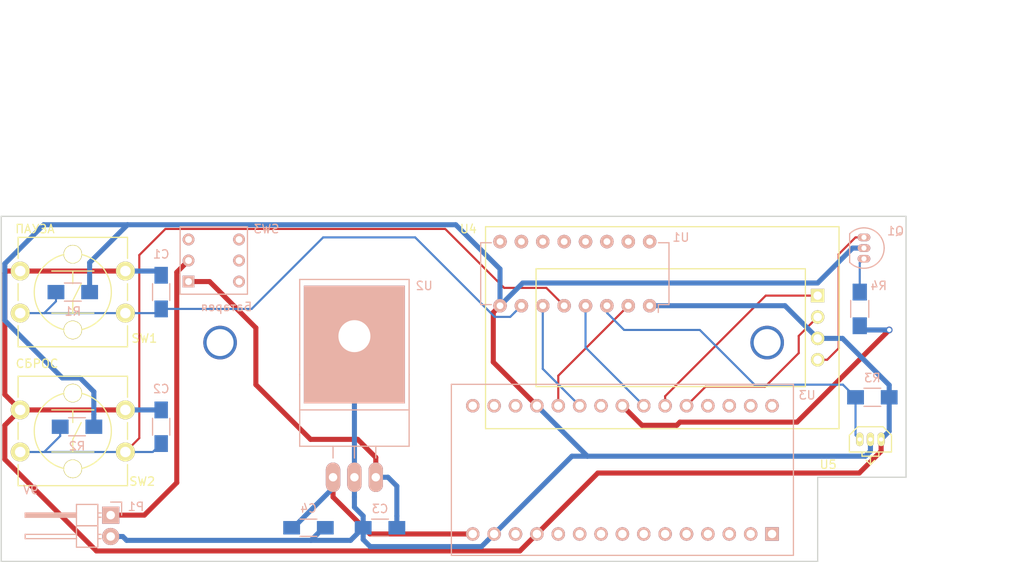
<source format=kicad_pcb>
(kicad_pcb (version 4) (host pcbnew 4.0.2-4+6225~38~ubuntu14.04.1-stable)

  (general
    (links 44)
    (no_connects 2)
    (area 96.924999 45.424999 204.575001 86.575001)
    (thickness 1.6)
    (drawings 12)
    (tracks 162)
    (zones 0)
    (modules 20)
    (nets 17)
  )

  (page A4)
  (layers
    (0 F.Cu signal)
    (31 B.Cu signal)
    (32 B.Adhes user)
    (33 F.Adhes user)
    (34 B.Paste user)
    (35 F.Paste user)
    (36 B.SilkS user)
    (37 F.SilkS user)
    (38 B.Mask user)
    (39 F.Mask user)
    (40 Dwgs.User user)
    (41 Cmts.User user)
    (42 Eco1.User user)
    (43 Eco2.User user)
    (44 Edge.Cuts user)
    (45 Margin user)
    (46 B.CrtYd user)
    (47 F.CrtYd user)
    (48 B.Fab user)
    (49 F.Fab user)
  )

  (setup
    (last_trace_width 0.25)
    (trace_clearance 0.2)
    (zone_clearance 0.508)
    (zone_45_only no)
    (trace_min 0.2)
    (segment_width 0.2)
    (edge_width 0.15)
    (via_size 0.7)
    (via_drill 0.45)
    (via_min_size 0.4)
    (via_min_drill 0.3)
    (uvia_size 0.3)
    (uvia_drill 0.1)
    (uvias_allowed no)
    (uvia_min_size 0.2)
    (uvia_min_drill 0.1)
    (pcb_text_width 0.3)
    (pcb_text_size 1.5 1.5)
    (mod_edge_width 0.15)
    (mod_text_size 1 1)
    (mod_text_width 0.15)
    (pad_size 1.524 1.524)
    (pad_drill 0.762)
    (pad_to_mask_clearance 0.2)
    (aux_axis_origin 0 0)
    (visible_elements FFFFEF7F)
    (pcbplotparams
      (layerselection 0x00030_80000001)
      (usegerberextensions false)
      (excludeedgelayer true)
      (linewidth 0.100000)
      (plotframeref false)
      (viasonmask false)
      (mode 1)
      (useauxorigin false)
      (hpglpennumber 1)
      (hpglpenspeed 20)
      (hpglpendiameter 15)
      (hpglpenoverlay 2)
      (psnegative false)
      (psa4output false)
      (plotreference true)
      (plotvalue true)
      (plotinvisibletext false)
      (padsonsilk false)
      (subtractmaskfromsilk false)
      (outputformat 1)
      (mirror false)
      (drillshape 1)
      (scaleselection 1)
      (outputdirectory ""))
  )

  (net 0 "")
  (net 1 "Net-(C1-Pad1)")
  (net 2 +5V)
  (net 3 "Net-(C2-Pad1)")
  (net 4 GND)
  (net 5 +9V)
  (net 6 +5VA)
  (net 7 "Net-(Q1-Pad3)")
  (net 8 "Net-(Q1-Pad1)")
  (net 9 SENSOR_GOOD)
  (net 10 SENSOR)
  (net 11 PAUSE_GOOD)
  (net 12 RESET_GOOD)
  (net 13 /DispPower)
  (net 14 "Net-(P1-Pad1)")
  (net 15 /DispCLK)
  (net 16 /DispDIO)

  (net_class Default "This is the default net class."
    (clearance 0.2)
    (trace_width 0.25)
    (via_dia 0.7)
    (via_drill 0.45)
    (uvia_dia 0.3)
    (uvia_drill 0.1)
    (add_net /DispCLK)
    (add_net /DispDIO)
    (add_net "Net-(C1-Pad1)")
    (add_net "Net-(C2-Pad1)")
    (add_net "Net-(Q1-Pad1)")
    (add_net "Net-(Q1-Pad3)")
    (add_net PAUSE_GOOD)
    (add_net RESET_GOOD)
    (add_net SENSOR)
    (add_net SENSOR_GOOD)
  )

  (net_class Power ""
    (clearance 0.4)
    (trace_width 0.6)
    (via_dia 0.8)
    (via_drill 0.5)
    (uvia_dia 0.5)
    (uvia_drill 0.2)
    (add_net +5V)
    (add_net +5VA)
    (add_net +9V)
    (add_net /DispPower)
    (add_net GND)
    (add_net "Net-(P1-Pad1)")
  )

  (module Libraries:MountingHole_D3-2mm (layer F.Cu) (tedit 56E81587) (tstamp 56E83514)
    (at 123 60.5)
    (descr "Mounting hole")
    (tags "Mounting hole")
    (fp_text reference REF** (at 0 -3.50012) (layer F.SilkS) hide
      (effects (font (size 1 1) (thickness 0.15)))
    )
    (fp_text value MountingHole_D3-2mm (at 0.09906 3.59918) (layer F.Fab) hide
      (effects (font (size 1 1) (thickness 0.15)))
    )
    (fp_circle (center 0 0) (end 2.5 0) (layer Cmts.User) (width 0.381))
    (pad 1 thru_hole circle (at 0 0) (size 4 4) (drill 3.2) (layers *.Cu))
  )

  (module Capacitors_SMD:C_1206_HandSoldering (layer B.Cu) (tedit 541A9C03) (tstamp 56E81C92)
    (at 116 70.5 90)
    (descr "Capacitor SMD 1206, hand soldering")
    (tags "capacitor 1206")
    (path /56E80995)
    (attr smd)
    (fp_text reference C2 (at 4.5 0 180) (layer B.SilkS)
      (effects (font (size 1 1) (thickness 0.15)) (justify mirror))
    )
    (fp_text value 1uF (at -4.25 0 180) (layer B.Fab)
      (effects (font (size 1 1) (thickness 0.15)) (justify mirror))
    )
    (fp_line (start -3.3 1.15) (end 3.3 1.15) (layer B.CrtYd) (width 0.05))
    (fp_line (start -3.3 -1.15) (end 3.3 -1.15) (layer B.CrtYd) (width 0.05))
    (fp_line (start -3.3 1.15) (end -3.3 -1.15) (layer B.CrtYd) (width 0.05))
    (fp_line (start 3.3 1.15) (end 3.3 -1.15) (layer B.CrtYd) (width 0.05))
    (fp_line (start 1 1.025) (end -1 1.025) (layer B.SilkS) (width 0.15))
    (fp_line (start -1 -1.025) (end 1 -1.025) (layer B.SilkS) (width 0.15))
    (pad 1 smd rect (at -2 0 90) (size 2 1.6) (layers B.Cu B.Paste B.Mask)
      (net 3 "Net-(C2-Pad1)"))
    (pad 2 smd rect (at 2 0 90) (size 2 1.6) (layers B.Cu B.Paste B.Mask)
      (net 2 +5V))
    (model Capacitors_SMD.3dshapes/C_1206_HandSoldering.wrl
      (at (xyz 0 0 0))
      (scale (xyz 1 1 1))
      (rotate (xyz 0 0 0))
    )
  )

  (module Capacitors_SMD:C_1206_HandSoldering (layer B.Cu) (tedit 541A9C03) (tstamp 56E81C9E)
    (at 142 82.5)
    (descr "Capacitor SMD 1206, hand soldering")
    (tags "capacitor 1206")
    (path /56E811FE)
    (attr smd)
    (fp_text reference C3 (at 0 -2.25) (layer B.SilkS)
      (effects (font (size 1 1) (thickness 0.15)) (justify mirror))
    )
    (fp_text value 0.33uF (at 0.5 2.25) (layer B.Fab)
      (effects (font (size 1 1) (thickness 0.15)) (justify mirror))
    )
    (fp_line (start -3.3 1.15) (end 3.3 1.15) (layer B.CrtYd) (width 0.05))
    (fp_line (start -3.3 -1.15) (end 3.3 -1.15) (layer B.CrtYd) (width 0.05))
    (fp_line (start -3.3 1.15) (end -3.3 -1.15) (layer B.CrtYd) (width 0.05))
    (fp_line (start 3.3 1.15) (end 3.3 -1.15) (layer B.CrtYd) (width 0.05))
    (fp_line (start 1 1.025) (end -1 1.025) (layer B.SilkS) (width 0.15))
    (fp_line (start -1 -1.025) (end 1 -1.025) (layer B.SilkS) (width 0.15))
    (pad 1 smd rect (at -2 0) (size 2 1.6) (layers B.Cu B.Paste B.Mask)
      (net 4 GND))
    (pad 2 smd rect (at 2 0) (size 2 1.6) (layers B.Cu B.Paste B.Mask)
      (net 5 +9V))
    (model Capacitors_SMD.3dshapes/C_1206_HandSoldering.wrl
      (at (xyz 0 0 0))
      (scale (xyz 1 1 1))
      (rotate (xyz 0 0 0))
    )
  )

  (module Capacitors_SMD:C_1206_HandSoldering (layer B.Cu) (tedit 541A9C03) (tstamp 56E81CAA)
    (at 133.5 82.5 180)
    (descr "Capacitor SMD 1206, hand soldering")
    (tags "capacitor 1206")
    (path /56E815B2)
    (attr smd)
    (fp_text reference C4 (at 0 2.3 180) (layer B.SilkS)
      (effects (font (size 1 1) (thickness 0.15)) (justify mirror))
    )
    (fp_text value 0.1uF (at 0 -2.3 180) (layer B.Fab)
      (effects (font (size 1 1) (thickness 0.15)) (justify mirror))
    )
    (fp_line (start -3.3 1.15) (end 3.3 1.15) (layer B.CrtYd) (width 0.05))
    (fp_line (start -3.3 -1.15) (end 3.3 -1.15) (layer B.CrtYd) (width 0.05))
    (fp_line (start -3.3 1.15) (end -3.3 -1.15) (layer B.CrtYd) (width 0.05))
    (fp_line (start 3.3 1.15) (end 3.3 -1.15) (layer B.CrtYd) (width 0.05))
    (fp_line (start 1 1.025) (end -1 1.025) (layer B.SilkS) (width 0.15))
    (fp_line (start -1 -1.025) (end 1 -1.025) (layer B.SilkS) (width 0.15))
    (pad 1 smd rect (at -2 0 180) (size 2 1.6) (layers B.Cu B.Paste B.Mask)
      (net 4 GND))
    (pad 2 smd rect (at 2 0 180) (size 2 1.6) (layers B.Cu B.Paste B.Mask)
      (net 6 +5VA))
    (model Capacitors_SMD.3dshapes/C_1206_HandSoldering.wrl
      (at (xyz 0 0 0))
      (scale (xyz 1 1 1))
      (rotate (xyz 0 0 0))
    )
  )

  (module TO_SOT_Packages_THT:TO-92_Inline_Narrow_Oval (layer B.Cu) (tedit 54F24281) (tstamp 56E81CBE)
    (at 199.5 50.54 90)
    (descr "TO-92 leads in-line, narrow, oval pads, drill 0.6mm (see NXP sot054_po.pdf)")
    (tags "to-92 sc-43 sc-43a sot54 PA33 transistor")
    (path /56E83F5F)
    (fp_text reference Q1 (at 3.29 3.75 180) (layer B.SilkS)
      (effects (font (size 1 1) (thickness 0.15)) (justify mirror))
    )
    (fp_text value 2N3904 (at 3.04 -6 180) (layer B.Fab)
      (effects (font (size 1 1) (thickness 0.15)) (justify mirror))
    )
    (fp_line (start -1.4 -1.95) (end -1.4 2.65) (layer B.CrtYd) (width 0.05))
    (fp_line (start -1.4 -1.95) (end 3.95 -1.95) (layer B.CrtYd) (width 0.05))
    (fp_line (start -0.43 -1.7) (end 2.97 -1.7) (layer B.SilkS) (width 0.15))
    (fp_arc (start 1.27 0) (end 1.27 2.4) (angle 135) (layer B.SilkS) (width 0.15))
    (fp_arc (start 1.27 0) (end 1.27 2.4) (angle -135) (layer B.SilkS) (width 0.15))
    (fp_line (start -1.4 2.65) (end 3.95 2.65) (layer B.CrtYd) (width 0.05))
    (fp_line (start 3.95 -1.95) (end 3.95 2.65) (layer B.CrtYd) (width 0.05))
    (pad 2 thru_hole oval (at 1.27 0 270) (size 0.89916 1.50114) (drill 0.6) (layers *.Cu *.Mask B.SilkS)
      (net 4 GND))
    (pad 3 thru_hole oval (at 2.54 0 270) (size 0.89916 1.50114) (drill 0.6) (layers *.Cu *.Mask B.SilkS)
      (net 7 "Net-(Q1-Pad3)"))
    (pad 1 thru_hole oval (at 0 0 270) (size 0.89916 1.50114) (drill 0.6) (layers *.Cu *.Mask B.SilkS)
      (net 8 "Net-(Q1-Pad1)"))
    (model TO_SOT_Packages_THT.3dshapes/TO-92_Inline_Narrow_Oval.wrl
      (at (xyz 0.05 0 0))
      (scale (xyz 1 1 1))
      (rotate (xyz 0 0 -90))
    )
  )

  (module Libraries:Tactile_SW_PUSH-12mm_with_Cap_white (layer F.Cu) (tedit 56E819B6) (tstamp 56E81CD6)
    (at 105.5 54.5)
    (tags "button 12mm throughhole switch")
    (path /56E7FB87)
    (fp_text reference SW1 (at 8.5 5.5) (layer F.SilkS)
      (effects (font (size 1 1) (thickness 0.15)))
    )
    (fp_text value ПАУЗА (at -4.5 -7.5) (layer F.SilkS)
      (effects (font (size 1 1) (thickness 0.15)))
    )
    (fp_line (start 0 -2.5) (end 0 -1) (layer F.SilkS) (width 0.15))
    (fp_line (start 0 1) (end 1 -1) (layer F.SilkS) (width 0.15))
    (fp_line (start 0 2.5) (end 0 1) (layer F.SilkS) (width 0.15))
    (fp_line (start -2.5 2.5) (end 2.5 2.5) (layer F.SilkS) (width 0.15))
    (fp_line (start -2.5 -2.5) (end 2.5 -2.5) (layer F.SilkS) (width 0.15))
    (fp_line (start -6.5 -1) (end -6.5 1) (layer F.SilkS) (width 0.15))
    (fp_line (start 6.5 -1) (end 6.5 1) (layer F.SilkS) (width 0.15))
    (fp_line (start -6.5 -6.5) (end -6.5 -4) (layer F.SilkS) (width 0.15))
    (fp_line (start 6.5 -6.5) (end 6.5 -4) (layer F.SilkS) (width 0.15))
    (fp_circle (center 0 0) (end 3.81 2.54) (layer F.SilkS) (width 0.15))
    (fp_line (start -6.5 -6.5) (end 6.5 -6.5) (layer F.SilkS) (width 0.15))
    (fp_line (start 6.5 4) (end 6.5 6.5) (layer F.SilkS) (width 0.15))
    (fp_line (start 6.5 6.5) (end -6.5 6.5) (layer F.SilkS) (width 0.15))
    (fp_line (start -6.5 6.5) (end -6.5 4) (layer F.SilkS) (width 0.15))
    (pad 1 thru_hole circle (at 6.25 -2.5) (size 2.25 2.25) (drill 1.25) (layers *.Cu *.Mask F.SilkS)
      (net 2 +5V))
    (pad 2 thru_hole circle (at 6.25 2.5) (size 2.25 2.25) (drill 1.25) (layers *.Cu *.Mask F.SilkS)
      (net 1 "Net-(C1-Pad1)"))
    (pad 1 thru_hole circle (at -6.25 -2.5) (size 2.25 2.25) (drill 1.25) (layers *.Cu *.Mask F.SilkS)
      (net 2 +5V))
    (pad 2 thru_hole circle (at -6.25 2.5) (size 2.25 2.25) (drill 1.25) (layers *.Cu *.Mask F.SilkS)
      (net 1 "Net-(C1-Pad1)"))
    (pad "" np_thru_hole circle (at 0 -4.5) (size 2.2 2.2) (drill 2) (layers *.Cu *.Mask F.SilkS))
    (pad "" np_thru_hole circle (at 0 4.5) (size 2.2 2.2) (drill 2) (layers *.Cu *.Mask F.SilkS))
    (model ../../../../../home/bulaev/workspace/RadioLibs/VRML/btn-12mm.wrl
      (at (xyz 0 0 0))
      (scale (xyz 0.393701 0.393701 0.393701))
      (rotate (xyz 0 0 0))
    )
    (model ../../../../../home/bulaev/workspace/RadioLibs/VRML/button-cap-white.wrl
      (at (xyz 0 0 0.26378))
      (scale (xyz 0.393701 0.393701 0.393701))
      (rotate (xyz 0 0 0))
    )
  )

  (module Libraries:Tactile_SW_PUSH-12mm_with_Cap_white (layer F.Cu) (tedit 56E819F8) (tstamp 56E81CEE)
    (at 105.5 71)
    (tags "button 12mm throughhole switch")
    (path /56E80984)
    (fp_text reference SW2 (at 8.25 6) (layer F.SilkS)
      (effects (font (size 1 1) (thickness 0.15)))
    )
    (fp_text value СБРОС (at -4.25 -8) (layer F.SilkS)
      (effects (font (size 1 1) (thickness 0.15)))
    )
    (fp_line (start 0 -2.5) (end 0 -1) (layer F.SilkS) (width 0.15))
    (fp_line (start 0 1) (end 1 -1) (layer F.SilkS) (width 0.15))
    (fp_line (start 0 2.5) (end 0 1) (layer F.SilkS) (width 0.15))
    (fp_line (start -2.5 2.5) (end 2.5 2.5) (layer F.SilkS) (width 0.15))
    (fp_line (start -2.5 -2.5) (end 2.5 -2.5) (layer F.SilkS) (width 0.15))
    (fp_line (start -6.5 -1) (end -6.5 1) (layer F.SilkS) (width 0.15))
    (fp_line (start 6.5 -1) (end 6.5 1) (layer F.SilkS) (width 0.15))
    (fp_line (start -6.5 -6.5) (end -6.5 -4) (layer F.SilkS) (width 0.15))
    (fp_line (start 6.5 -6.5) (end 6.5 -4) (layer F.SilkS) (width 0.15))
    (fp_circle (center 0 0) (end 3.81 2.54) (layer F.SilkS) (width 0.15))
    (fp_line (start -6.5 -6.5) (end 6.5 -6.5) (layer F.SilkS) (width 0.15))
    (fp_line (start 6.5 4) (end 6.5 6.5) (layer F.SilkS) (width 0.15))
    (fp_line (start 6.5 6.5) (end -6.5 6.5) (layer F.SilkS) (width 0.15))
    (fp_line (start -6.5 6.5) (end -6.5 4) (layer F.SilkS) (width 0.15))
    (pad 1 thru_hole circle (at 6.25 -2.5) (size 2.25 2.25) (drill 1.25) (layers *.Cu *.Mask F.SilkS)
      (net 2 +5V))
    (pad 2 thru_hole circle (at 6.25 2.5) (size 2.25 2.25) (drill 1.25) (layers *.Cu *.Mask F.SilkS)
      (net 3 "Net-(C2-Pad1)"))
    (pad 1 thru_hole circle (at -6.25 -2.5) (size 2.25 2.25) (drill 1.25) (layers *.Cu *.Mask F.SilkS)
      (net 2 +5V))
    (pad 2 thru_hole circle (at -6.25 2.5) (size 2.25 2.25) (drill 1.25) (layers *.Cu *.Mask F.SilkS)
      (net 3 "Net-(C2-Pad1)"))
    (pad "" np_thru_hole circle (at 0 -4.5) (size 2.2 2.2) (drill 2) (layers *.Cu *.Mask F.SilkS))
    (pad "" np_thru_hole circle (at 0 4.5) (size 2.2 2.2) (drill 2) (layers *.Cu *.Mask F.SilkS))
    (model ../../../../../home/bulaev/workspace/RadioLibs/VRML/btn-12mm.wrl
      (at (xyz 0 0 0))
      (scale (xyz 0.393701 0.393701 0.393701))
      (rotate (xyz 0 0 0))
    )
    (model ../../../../../home/bulaev/workspace/RadioLibs/VRML/button-cap-white.wrl
      (at (xyz 0 0 0.26378))
      (scale (xyz 0.393701 0.393701 0.393701))
      (rotate (xyz 0 0 0))
    )
  )

  (module Housings_DIP:DIP-16_W7.62mm (layer B.Cu) (tedit 54130A77) (tstamp 56E81D0D)
    (at 174.04 56.12 90)
    (descr "16-lead dip package, row spacing 7.62 mm (300 mils)")
    (tags "dil dip 2.54 300")
    (path /56E7ECAC)
    (fp_text reference U1 (at 8.12 3.71 180) (layer B.SilkS)
      (effects (font (size 1 1) (thickness 0.15)) (justify mirror))
    )
    (fp_text value 4050 (at 6.37 4.46 180) (layer B.Fab)
      (effects (font (size 1 1) (thickness 0.15)) (justify mirror))
    )
    (fp_line (start -1.05 2.45) (end -1.05 -20.25) (layer B.CrtYd) (width 0.05))
    (fp_line (start 8.65 2.45) (end 8.65 -20.25) (layer B.CrtYd) (width 0.05))
    (fp_line (start -1.05 2.45) (end 8.65 2.45) (layer B.CrtYd) (width 0.05))
    (fp_line (start -1.05 -20.25) (end 8.65 -20.25) (layer B.CrtYd) (width 0.05))
    (fp_line (start 0.135 2.295) (end 0.135 1.025) (layer B.SilkS) (width 0.15))
    (fp_line (start 7.485 2.295) (end 7.485 1.025) (layer B.SilkS) (width 0.15))
    (fp_line (start 7.485 -20.075) (end 7.485 -18.805) (layer B.SilkS) (width 0.15))
    (fp_line (start 0.135 -20.075) (end 0.135 -18.805) (layer B.SilkS) (width 0.15))
    (fp_line (start 0.135 2.295) (end 7.485 2.295) (layer B.SilkS) (width 0.15))
    (fp_line (start 0.135 -20.075) (end 7.485 -20.075) (layer B.SilkS) (width 0.15))
    (fp_line (start 0.135 1.025) (end -0.8 1.025) (layer B.SilkS) (width 0.15))
    (pad 1 thru_hole oval (at 0 0 90) (size 1.6 1.6) (drill 0.8) (layers *.Cu *.Mask B.SilkS)
      (net 2 +5V))
    (pad 2 thru_hole oval (at 0 -2.54 90) (size 1.6 1.6) (drill 0.8) (layers *.Cu *.Mask B.SilkS)
      (net 9 SENSOR_GOOD))
    (pad 3 thru_hole oval (at 0 -5.08 90) (size 1.6 1.6) (drill 0.8) (layers *.Cu *.Mask B.SilkS)
      (net 10 SENSOR))
    (pad 4 thru_hole oval (at 0 -7.62 90) (size 1.6 1.6) (drill 0.8) (layers *.Cu *.Mask B.SilkS)
      (net 12 RESET_GOOD))
    (pad 5 thru_hole oval (at 0 -10.16 90) (size 1.6 1.6) (drill 0.8) (layers *.Cu *.Mask B.SilkS)
      (net 3 "Net-(C2-Pad1)"))
    (pad 6 thru_hole oval (at 0 -12.7 90) (size 1.6 1.6) (drill 0.8) (layers *.Cu *.Mask B.SilkS)
      (net 11 PAUSE_GOOD))
    (pad 7 thru_hole oval (at 0 -15.24 90) (size 1.6 1.6) (drill 0.8) (layers *.Cu *.Mask B.SilkS)
      (net 1 "Net-(C1-Pad1)"))
    (pad 8 thru_hole oval (at 0 -17.78 90) (size 1.6 1.6) (drill 0.8) (layers *.Cu *.Mask B.SilkS)
      (net 4 GND))
    (pad 9 thru_hole oval (at 7.62 -17.78 90) (size 1.6 1.6) (drill 0.8) (layers *.Cu *.Mask B.SilkS))
    (pad 10 thru_hole oval (at 7.62 -15.24 90) (size 1.6 1.6) (drill 0.8) (layers *.Cu *.Mask B.SilkS))
    (pad 11 thru_hole oval (at 7.62 -12.7 90) (size 1.6 1.6) (drill 0.8) (layers *.Cu *.Mask B.SilkS))
    (pad 12 thru_hole oval (at 7.62 -10.16 90) (size 1.6 1.6) (drill 0.8) (layers *.Cu *.Mask B.SilkS))
    (pad 13 thru_hole oval (at 7.62 -7.62 90) (size 1.6 1.6) (drill 0.8) (layers *.Cu *.Mask B.SilkS))
    (pad 14 thru_hole oval (at 7.62 -5.08 90) (size 1.6 1.6) (drill 0.8) (layers *.Cu *.Mask B.SilkS))
    (pad 15 thru_hole oval (at 7.62 -2.54 90) (size 1.6 1.6) (drill 0.8) (layers *.Cu *.Mask B.SilkS))
    (pad 16 thru_hole oval (at 7.62 0 90) (size 1.6 1.6) (drill 0.8) (layers *.Cu *.Mask B.SilkS))
    (model Housings_DIP.3dshapes/DIP-16_W7.62mm.wrl
      (at (xyz 0 0 0))
      (scale (xyz 1 1 1))
      (rotate (xyz 0 0 0))
    )
  )

  (module Libraries:4-digit-display-board (layer F.Cu) (tedit 56E81876) (tstamp 56E81D31)
    (at 175.54 58.73)
    (descr "4-digit-display Upper")
    (tags "7-segments display")
    (path /56E7DAE9)
    (fp_text reference U4 (at -23.04 -11.73) (layer F.SilkS)
      (effects (font (size 1 1) (thickness 0.15)))
    )
    (fp_text value 4_Digit_Display_Board (at 4.46 5.77) (layer F.Fab) hide
      (effects (font (size 1 1) (thickness 0.15)))
    )
    (fp_line (start 17 7) (end -15 7) (layer F.SilkS) (width 0.15))
    (fp_line (start -15 -7) (end 17 -7) (layer F.SilkS) (width 0.15))
    (fp_line (start -15 7) (end -15 -7) (layer F.SilkS) (width 0.15))
    (fp_line (start 17 -7) (end 17 7) (layer F.SilkS) (width 0.15))
    (fp_line (start -21 -12) (end 21 -12) (layer F.SilkS) (width 0.15))
    (fp_line (start -21 12) (end -21 -12) (layer F.SilkS) (width 0.15))
    (fp_line (start 21 12) (end -21 12) (layer F.SilkS) (width 0.15))
    (fp_line (start 21 -12) (end 21 12) (layer F.SilkS) (width 0.15))
    (pad 1 thru_hole rect (at 18.46 -3.81) (size 1.6 1.6) (drill 1) (layers *.Cu *.Mask F.SilkS)
      (net 15 /DispCLK))
    (pad 2 thru_hole circle (at 18.46 -1.27) (size 1.6 1.6) (drill 1) (layers *.Cu *.Mask F.SilkS)
      (net 16 /DispDIO))
    (pad 3 thru_hole circle (at 18.46 1.27) (size 1.6 1.6) (drill 1) (layers *.Cu *.Mask F.SilkS)
      (net 2 +5V))
    (pad 4 thru_hole circle (at 18.46 3.81) (size 1.6 1.6) (drill 1) (layers *.Cu *.Mask F.SilkS)
      (net 7 "Net-(Q1-Pad3)"))
    (model Displays_7-Segment.3dshapes/Cx56-12.wrl
      (at (xyz 0.05 0 0.46))
      (scale (xyz 0.25 0.25 0.25))
      (rotate (xyz 0 0 0))
    )
    (model ../../../../../home/bulaev/workspace/RadioLibs/VRML/4-digit-display-board.wrl
      (at (xyz 0 0 0.41496063))
      (scale (xyz 0.393701 0.393701 0.393701))
      (rotate (xyz 0 0 0))
    )
    (model Pin_Headers.3dshapes/Pin_Header_Straight_1x04.wrl
      (at (xyz 0.726772 0 0.41496063))
      (scale (xyz 1 1 1))
      (rotate (xyz 180 0 90))
    )
  )

  (module Capacitors_SMD:C_1206_HandSoldering (layer B.Cu) (tedit 541A9C03) (tstamp 56E821C5)
    (at 116 54.5 90)
    (descr "Capacitor SMD 1206, hand soldering")
    (tags "capacitor 1206")
    (path /56E7FB98)
    (attr smd)
    (fp_text reference C1 (at 4.5 0 180) (layer B.SilkS)
      (effects (font (size 1 1) (thickness 0.15)) (justify mirror))
    )
    (fp_text value 1uF (at -4.25 0 180) (layer B.Fab)
      (effects (font (size 1 1) (thickness 0.15)) (justify mirror))
    )
    (fp_line (start -3.3 1.15) (end 3.3 1.15) (layer B.CrtYd) (width 0.05))
    (fp_line (start -3.3 -1.15) (end 3.3 -1.15) (layer B.CrtYd) (width 0.05))
    (fp_line (start -3.3 1.15) (end -3.3 -1.15) (layer B.CrtYd) (width 0.05))
    (fp_line (start 3.3 1.15) (end 3.3 -1.15) (layer B.CrtYd) (width 0.05))
    (fp_line (start 1 1.025) (end -1 1.025) (layer B.SilkS) (width 0.15))
    (fp_line (start -1 -1.025) (end 1 -1.025) (layer B.SilkS) (width 0.15))
    (pad 1 smd rect (at -2 0 90) (size 2 1.6) (layers B.Cu B.Paste B.Mask)
      (net 1 "Net-(C1-Pad1)"))
    (pad 2 smd rect (at 2 0 90) (size 2 1.6) (layers B.Cu B.Paste B.Mask)
      (net 2 +5V))
    (model Capacitors_SMD.3dshapes/C_1206_HandSoldering.wrl
      (at (xyz 0 0 0))
      (scale (xyz 1 1 1))
      (rotate (xyz 0 0 0))
    )
  )

  (module Pin_Headers:Pin_Header_Angled_1x02 (layer B.Cu) (tedit 56E81A5C) (tstamp 56E821D0)
    (at 110 81 180)
    (descr "Through hole pin header")
    (tags "pin header")
    (path /56E826FD)
    (fp_text reference P1 (at -3 1 180) (layer B.SilkS)
      (effects (font (size 1 1) (thickness 0.15)) (justify mirror))
    )
    (fp_text value 9V (at 9.5 3 180) (layer B.SilkS)
      (effects (font (size 1 1) (thickness 0.15)) (justify mirror))
    )
    (fp_line (start -1.5 1.75) (end -1.5 -4.3) (layer B.CrtYd) (width 0.05))
    (fp_line (start 10.65 1.75) (end 10.65 -4.3) (layer B.CrtYd) (width 0.05))
    (fp_line (start -1.5 1.75) (end 10.65 1.75) (layer B.CrtYd) (width 0.05))
    (fp_line (start -1.5 -4.3) (end 10.65 -4.3) (layer B.CrtYd) (width 0.05))
    (fp_line (start -1.3 1.55) (end -1.3 0) (layer B.SilkS) (width 0.15))
    (fp_line (start 0 1.55) (end -1.3 1.55) (layer B.SilkS) (width 0.15))
    (fp_line (start 4.191 0.127) (end 10.033 0.127) (layer B.SilkS) (width 0.15))
    (fp_line (start 10.033 0.127) (end 10.033 -0.127) (layer B.SilkS) (width 0.15))
    (fp_line (start 10.033 -0.127) (end 4.191 -0.127) (layer B.SilkS) (width 0.15))
    (fp_line (start 4.191 -0.127) (end 4.191 0) (layer B.SilkS) (width 0.15))
    (fp_line (start 4.191 0) (end 10.033 0) (layer B.SilkS) (width 0.15))
    (fp_line (start 1.524 0.254) (end 1.143 0.254) (layer B.SilkS) (width 0.15))
    (fp_line (start 1.524 -0.254) (end 1.143 -0.254) (layer B.SilkS) (width 0.15))
    (fp_line (start 1.524 -2.286) (end 1.143 -2.286) (layer B.SilkS) (width 0.15))
    (fp_line (start 1.524 -2.794) (end 1.143 -2.794) (layer B.SilkS) (width 0.15))
    (fp_line (start 1.524 1.27) (end 4.064 1.27) (layer B.SilkS) (width 0.15))
    (fp_line (start 1.524 -1.27) (end 4.064 -1.27) (layer B.SilkS) (width 0.15))
    (fp_line (start 1.524 -1.27) (end 1.524 -3.81) (layer B.SilkS) (width 0.15))
    (fp_line (start 1.524 -3.81) (end 4.064 -3.81) (layer B.SilkS) (width 0.15))
    (fp_line (start 4.064 -2.286) (end 10.16 -2.286) (layer B.SilkS) (width 0.15))
    (fp_line (start 10.16 -2.286) (end 10.16 -2.794) (layer B.SilkS) (width 0.15))
    (fp_line (start 10.16 -2.794) (end 4.064 -2.794) (layer B.SilkS) (width 0.15))
    (fp_line (start 4.064 -3.81) (end 4.064 -1.27) (layer B.SilkS) (width 0.15))
    (fp_line (start 4.064 -1.27) (end 4.064 1.27) (layer B.SilkS) (width 0.15))
    (fp_line (start 10.16 -0.254) (end 4.064 -0.254) (layer B.SilkS) (width 0.15))
    (fp_line (start 10.16 0.254) (end 10.16 -0.254) (layer B.SilkS) (width 0.15))
    (fp_line (start 4.064 0.254) (end 10.16 0.254) (layer B.SilkS) (width 0.15))
    (fp_line (start 1.524 -1.27) (end 4.064 -1.27) (layer B.SilkS) (width 0.15))
    (fp_line (start 1.524 1.27) (end 1.524 -1.27) (layer B.SilkS) (width 0.15))
    (pad 1 thru_hole rect (at 0 0 180) (size 2.032 2.032) (drill 1.016) (layers *.Cu *.Mask B.SilkS)
      (net 14 "Net-(P1-Pad1)"))
    (pad 2 thru_hole oval (at 0 -2.54 180) (size 2.032 2.032) (drill 1.016) (layers *.Cu *.Mask B.SilkS)
      (net 4 GND))
    (model Pin_Headers.3dshapes/Pin_Header_Angled_1x02.wrl
      (at (xyz 0 -0.05 0))
      (scale (xyz 1 1 1))
      (rotate (xyz 0 0 90))
    )
  )

  (module Libraries:ArduinoNanoUpper (layer B.Cu) (tedit 56E7CE56) (tstamp 56E826ED)
    (at 170.8 75.62 180)
    (tags "arduino, nano")
    (path /56E7C271)
    (fp_text reference U3 (at -21.95 8.87 180) (layer B.SilkS)
      (effects (font (size 1 1) (thickness 0.15)) (justify mirror))
    )
    (fp_text value ArduinoNano (at 0.508 -0.254 180) (layer B.Fab)
      (effects (font (size 1 1) (thickness 0.15)) (justify mirror))
    )
    (fp_line (start -20.32 -10.16) (end -20.32 10.16) (layer B.SilkS) (width 0.15))
    (fp_line (start 20.32 -10.16) (end -20.32 -10.16) (layer B.SilkS) (width 0.15))
    (fp_line (start 20.32 10.16) (end 20.32 -10.16) (layer B.SilkS) (width 0.15))
    (fp_line (start -20.32 10.16) (end 20.32 10.16) (layer B.SilkS) (width 0.15))
    (pad 1 thru_hole rect (at -17.78 -7.62 180) (size 1.6 1.6) (drill 1) (layers *.Cu *.Mask B.SilkS))
    (pad 2 thru_hole circle (at -15.24 -7.62 180) (size 1.6 1.6) (drill 1) (layers *.Cu *.Mask B.SilkS))
    (pad 3 thru_hole circle (at -12.7 -7.62 180) (size 1.6 1.6) (drill 1) (layers *.Cu *.Mask B.SilkS))
    (pad 4 thru_hole circle (at -10.16 -7.62 180) (size 1.6 1.6) (drill 1) (layers *.Cu *.Mask B.SilkS))
    (pad 5 thru_hole circle (at -7.62 -7.62 180) (size 1.6 1.6) (drill 1) (layers *.Cu *.Mask B.SilkS))
    (pad 6 thru_hole circle (at -5.08 -7.62 180) (size 1.6 1.6) (drill 1) (layers *.Cu *.Mask B.SilkS))
    (pad 7 thru_hole circle (at -2.54 -7.62 180) (size 1.6 1.6) (drill 1) (layers *.Cu *.Mask B.SilkS))
    (pad 8 thru_hole circle (at 0 -7.62 180) (size 1.6 1.6) (drill 1) (layers *.Cu *.Mask B.SilkS))
    (pad 9 thru_hole circle (at 2.54 -7.62 180) (size 1.6 1.6) (drill 1) (layers *.Cu *.Mask B.SilkS))
    (pad 10 thru_hole circle (at 5.08 -7.62 180) (size 1.6 1.6) (drill 1) (layers *.Cu *.Mask B.SilkS))
    (pad 11 thru_hole circle (at 7.62 -7.62 180) (size 1.6 1.6) (drill 1) (layers *.Cu *.Mask B.SilkS))
    (pad 12 thru_hole circle (at 10.16 -7.62 180) (size 1.6 1.6) (drill 1) (layers *.Cu *.Mask B.SilkS)
      (net 2 +5V))
    (pad 13 thru_hole circle (at 12.7 -7.62 180) (size 1.6 1.6) (drill 1) (layers *.Cu *.Mask B.SilkS))
    (pad 14 thru_hole circle (at 15.24 -7.62 180) (size 1.6 1.6) (drill 1) (layers *.Cu *.Mask B.SilkS)
      (net 4 GND))
    (pad 15 thru_hole circle (at 17.78 -7.62 180) (size 1.6 1.6) (drill 1) (layers *.Cu *.Mask B.SilkS)
      (net 6 +5VA))
    (pad 16 thru_hole circle (at 17.78 7.62 180) (size 1.6 1.6) (drill 1) (layers *.Cu *.Mask B.SilkS))
    (pad 17 thru_hole circle (at 15.24 7.62 180) (size 1.6 1.6) (drill 1) (layers *.Cu *.Mask B.SilkS))
    (pad 18 thru_hole circle (at 12.7 7.62 180) (size 1.6 1.6) (drill 1) (layers *.Cu *.Mask B.SilkS))
    (pad 19 thru_hole circle (at 10.16 7.62 180) (size 1.6 1.6) (drill 1) (layers *.Cu *.Mask B.SilkS)
      (net 4 GND))
    (pad 20 thru_hole circle (at 7.62 7.62 180) (size 1.6 1.6) (drill 1) (layers *.Cu *.Mask B.SilkS)
      (net 9 SENSOR_GOOD))
    (pad 21 thru_hole circle (at 5.08 7.62 180) (size 1.6 1.6) (drill 1) (layers *.Cu *.Mask B.SilkS)
      (net 11 PAUSE_GOOD))
    (pad 22 thru_hole circle (at 2.54 7.62 180) (size 1.6 1.6) (drill 1) (layers *.Cu *.Mask B.SilkS))
    (pad 23 thru_hole circle (at 0 7.62 180) (size 1.6 1.6) (drill 1) (layers *.Cu *.Mask B.SilkS)
      (net 13 /DispPower))
    (pad 24 thru_hole circle (at -2.54 7.62 180) (size 1.6 1.6) (drill 1) (layers *.Cu *.Mask B.SilkS)
      (net 12 RESET_GOOD))
    (pad 25 thru_hole circle (at -5.08 7.62 180) (size 1.6 1.6) (drill 1) (layers *.Cu *.Mask B.SilkS)
      (net 15 /DispCLK))
    (pad 26 thru_hole circle (at -7.62 7.62 180) (size 1.6 1.6) (drill 1) (layers *.Cu *.Mask B.SilkS)
      (net 16 /DispDIO))
    (pad 27 thru_hole circle (at -10.16 7.62 180) (size 1.6 1.6) (drill 1) (layers *.Cu *.Mask B.SilkS))
    (pad 28 thru_hole circle (at -12.7 7.62 180) (size 1.6 1.6) (drill 1) (layers *.Cu *.Mask B.SilkS))
    (pad 29 thru_hole circle (at -15.24 7.62 180) (size 1.6 1.6) (drill 1) (layers *.Cu *.Mask B.SilkS))
    (pad 30 thru_hole circle (at -17.78 7.62 180) (size 1.6 1.6) (drill 1) (layers *.Cu *.Mask B.SilkS))
    (model Housings_QFP.3dshapes/TQFP-32_7x7mm_Pitch0.8mm.wrl
      (at (xyz -0.393701 0 0.334646))
      (scale (xyz 1 1 1))
      (rotate (xyz 0 0 45))
    )
    (model ../../../../../home/bulaev/workspace/RadioLibs/VRML/NanoBoard.wrl
      (at (xyz 0 0 0.175591))
      (scale (xyz 0.393701 0.393701 0.393701))
      (rotate (xyz 0 0 180))
    )
    (model ../../../../../home/bulaev/workspace/RadioLibs/VRML/btn-smd-6mm-3_5mm.wrl
      (at (xyz 0.19685 0 0.334646))
      (scale (xyz 0.393701 0.393701 0.393701))
      (rotate (xyz 0 0 90))
    )
    (model Pin_Headers.3dshapes/Pin_Header_Straight_1x15.wrl
      (at (xyz 0 0.3 0.28))
      (scale (xyz 1 1 1))
      (rotate (xyz 0 180 0))
    )
    (model Pin_Headers.3dshapes/Pin_Header_Straight_1x15.wrl
      (at (xyz 0 -0.3 0.28))
      (scale (xyz 1 1 1))
      (rotate (xyz 0 180 0))
    )
  )

  (module Resistors_SMD:R_1206_HandSoldering (layer B.Cu) (tedit 5418A20D) (tstamp 56E82C07)
    (at 105.5 54.5)
    (descr "Resistor SMD 1206, hand soldering")
    (tags "resistor 1206")
    (path /56E7FB92)
    (attr smd)
    (fp_text reference R1 (at 0 2.3) (layer B.SilkS)
      (effects (font (size 1 1) (thickness 0.15)) (justify mirror))
    )
    (fp_text value 10K (at 0 -2.3) (layer B.Fab)
      (effects (font (size 1 1) (thickness 0.15)) (justify mirror))
    )
    (fp_line (start -3.3 1.2) (end 3.3 1.2) (layer B.CrtYd) (width 0.05))
    (fp_line (start -3.3 -1.2) (end 3.3 -1.2) (layer B.CrtYd) (width 0.05))
    (fp_line (start -3.3 1.2) (end -3.3 -1.2) (layer B.CrtYd) (width 0.05))
    (fp_line (start 3.3 1.2) (end 3.3 -1.2) (layer B.CrtYd) (width 0.05))
    (fp_line (start 1 -1.075) (end -1 -1.075) (layer B.SilkS) (width 0.15))
    (fp_line (start -1 1.075) (end 1 1.075) (layer B.SilkS) (width 0.15))
    (pad 1 smd rect (at -2 0) (size 2 1.7) (layers B.Cu B.Paste B.Mask)
      (net 1 "Net-(C1-Pad1)"))
    (pad 2 smd rect (at 2 0) (size 2 1.7) (layers B.Cu B.Paste B.Mask)
      (net 4 GND))
    (model Resistors_SMD.3dshapes/R_1206_HandSoldering.wrl
      (at (xyz 0 0 0))
      (scale (xyz 1 1 1))
      (rotate (xyz 0 0 0))
    )
  )

  (module Resistors_SMD:R_1206_HandSoldering (layer B.Cu) (tedit 5418A20D) (tstamp 56E82C13)
    (at 106 70.5)
    (descr "Resistor SMD 1206, hand soldering")
    (tags "resistor 1206")
    (path /56E8098F)
    (attr smd)
    (fp_text reference R2 (at 0 2.3) (layer B.SilkS)
      (effects (font (size 1 1) (thickness 0.15)) (justify mirror))
    )
    (fp_text value 10K (at 0 -2.3) (layer B.Fab)
      (effects (font (size 1 1) (thickness 0.15)) (justify mirror))
    )
    (fp_line (start -3.3 1.2) (end 3.3 1.2) (layer B.CrtYd) (width 0.05))
    (fp_line (start -3.3 -1.2) (end 3.3 -1.2) (layer B.CrtYd) (width 0.05))
    (fp_line (start -3.3 1.2) (end -3.3 -1.2) (layer B.CrtYd) (width 0.05))
    (fp_line (start 3.3 1.2) (end 3.3 -1.2) (layer B.CrtYd) (width 0.05))
    (fp_line (start 1 -1.075) (end -1 -1.075) (layer B.SilkS) (width 0.15))
    (fp_line (start -1 1.075) (end 1 1.075) (layer B.SilkS) (width 0.15))
    (pad 1 smd rect (at -2 0) (size 2 1.7) (layers B.Cu B.Paste B.Mask)
      (net 3 "Net-(C2-Pad1)"))
    (pad 2 smd rect (at 2 0) (size 2 1.7) (layers B.Cu B.Paste B.Mask)
      (net 4 GND))
    (model Resistors_SMD.3dshapes/R_1206_HandSoldering.wrl
      (at (xyz 0 0 0))
      (scale (xyz 1 1 1))
      (rotate (xyz 0 0 0))
    )
  )

  (module Resistors_SMD:R_1206_HandSoldering (layer B.Cu) (tedit 5418A20D) (tstamp 56E82C1F)
    (at 200.5 67 180)
    (descr "Resistor SMD 1206, hand soldering")
    (tags "resistor 1206")
    (path /56E7DF4D)
    (attr smd)
    (fp_text reference R3 (at 0 2.3 180) (layer B.SilkS)
      (effects (font (size 1 1) (thickness 0.15)) (justify mirror))
    )
    (fp_text value 10K (at 0 -2.3 180) (layer B.Fab)
      (effects (font (size 1 1) (thickness 0.15)) (justify mirror))
    )
    (fp_line (start -3.3 1.2) (end 3.3 1.2) (layer B.CrtYd) (width 0.05))
    (fp_line (start -3.3 -1.2) (end 3.3 -1.2) (layer B.CrtYd) (width 0.05))
    (fp_line (start -3.3 1.2) (end -3.3 -1.2) (layer B.CrtYd) (width 0.05))
    (fp_line (start 3.3 1.2) (end 3.3 -1.2) (layer B.CrtYd) (width 0.05))
    (fp_line (start 1 -1.075) (end -1 -1.075) (layer B.SilkS) (width 0.15))
    (fp_line (start -1 1.075) (end 1 1.075) (layer B.SilkS) (width 0.15))
    (pad 1 smd rect (at -2 0 180) (size 2 1.7) (layers B.Cu B.Paste B.Mask)
      (net 2 +5V))
    (pad 2 smd rect (at 2 0 180) (size 2 1.7) (layers B.Cu B.Paste B.Mask)
      (net 10 SENSOR))
    (model Resistors_SMD.3dshapes/R_1206_HandSoldering.wrl
      (at (xyz 0 0 0))
      (scale (xyz 1 1 1))
      (rotate (xyz 0 0 0))
    )
  )

  (module Resistors_SMD:R_1206_HandSoldering (layer B.Cu) (tedit 5418A20D) (tstamp 56E82C2B)
    (at 199 56.5 90)
    (descr "Resistor SMD 1206, hand soldering")
    (tags "resistor 1206")
    (path /56E7DEEC)
    (attr smd)
    (fp_text reference R4 (at 2.75 2.25 180) (layer B.SilkS)
      (effects (font (size 1 1) (thickness 0.15)) (justify mirror))
    )
    (fp_text value 1K (at 1.25 2.25 180) (layer B.Fab)
      (effects (font (size 1 1) (thickness 0.15)) (justify mirror))
    )
    (fp_line (start -3.3 1.2) (end 3.3 1.2) (layer B.CrtYd) (width 0.05))
    (fp_line (start -3.3 -1.2) (end 3.3 -1.2) (layer B.CrtYd) (width 0.05))
    (fp_line (start -3.3 1.2) (end -3.3 -1.2) (layer B.CrtYd) (width 0.05))
    (fp_line (start 3.3 1.2) (end 3.3 -1.2) (layer B.CrtYd) (width 0.05))
    (fp_line (start 1 -1.075) (end -1 -1.075) (layer B.SilkS) (width 0.15))
    (fp_line (start -1 1.075) (end 1 1.075) (layer B.SilkS) (width 0.15))
    (pad 1 smd rect (at -2 0 90) (size 2 1.7) (layers B.Cu B.Paste B.Mask)
      (net 13 /DispPower))
    (pad 2 smd rect (at 2 0 90) (size 2 1.7) (layers B.Cu B.Paste B.Mask)
      (net 8 "Net-(Q1-Pad1)"))
    (model Resistors_SMD.3dshapes/R_1206_HandSoldering.wrl
      (at (xyz 0 0 0))
      (scale (xyz 1 1 1))
      (rotate (xyz 0 0 0))
    )
  )

  (module Libraries:MountingHole_D3-2mm (layer F.Cu) (tedit 56E81587) (tstamp 56E83259)
    (at 188 60.5)
    (descr "Mounting hole")
    (tags "Mounting hole")
    (fp_text reference REF** (at 0 -3.50012) (layer F.SilkS) hide
      (effects (font (size 1 1) (thickness 0.15)))
    )
    (fp_text value MountingHole_D3-2mm (at 0.09906 3.59918) (layer F.Fab) hide
      (effects (font (size 1 1) (thickness 0.15)))
    )
    (fp_circle (center 0 0) (end 2.5 0) (layer Cmts.User) (width 0.381))
    (pad 1 thru_hole circle (at 0 0) (size 4 4) (drill 3.2) (layers *.Cu))
  )

  (module Buttons_Switches_ThroughHole:SW_PUSH_x2 (layer B.Cu) (tedit 56E889E5) (tstamp 56E85033)
    (at 119.25 53.25 90)
    (descr "Vertical Push Switch")
    (tags "SWITCH DEV PB_22E18 PB_22E19")
    (path /56E84E33)
    (fp_text reference SW3 (at 6.25 9.25 180) (layer B.SilkS)
      (effects (font (size 1 1) (thickness 0.15)) (justify mirror))
    )
    (fp_text value Батарея (at -3 4.5 180) (layer B.SilkS)
      (effects (font (size 1 1) (thickness 0.15)) (justify mirror))
    )
    (fp_line (start -1.905 7.4295) (end 6.9215 7.4295) (layer B.CrtYd) (width 0.05))
    (fp_line (start 6.9215 7.4295) (end 6.9215 -1.397) (layer B.CrtYd) (width 0.05))
    (fp_line (start -1.905 7.4295) (end -1.905 -1.397) (layer B.CrtYd) (width 0.05))
    (fp_line (start -1.905 -1.397) (end 6.9215 -1.397) (layer B.CrtYd) (width 0.05))
    (fp_line (start -1.5 -1) (end 6.5 -1) (layer B.SilkS) (width 0.15))
    (fp_line (start 6.5 -1) (end 6.5 7) (layer B.SilkS) (width 0.15))
    (fp_line (start 6.5 7) (end -1.5 7) (layer B.SilkS) (width 0.15))
    (fp_line (start -1.5 7) (end -1.5 -1) (layer B.SilkS) (width 0.15))
    (pad 1 thru_hole rect (at 0 0 90) (size 1.397 1.397) (drill 0.8128) (layers *.Cu *.Mask B.SilkS)
      (net 5 +9V))
    (pad 2 thru_hole circle (at 2.5 0 90) (size 1.397 1.397) (drill 0.8128) (layers *.Cu *.Mask B.SilkS)
      (net 14 "Net-(P1-Pad1)"))
    (pad 3 thru_hole circle (at 5 0 90) (size 1.397 1.397) (drill 0.8128) (layers *.Cu *.Mask B.SilkS))
    (pad 4 thru_hole circle (at 5 6 90) (size 1.397 1.397) (drill 0.8128) (layers *.Cu *.Mask B.SilkS))
    (pad 5 thru_hole circle (at 2.5 6 90) (size 1.397 1.397) (drill 0.8128) (layers *.Cu *.Mask B.SilkS))
    (pad 6 thru_hole circle (at 0 6 90) (size 1.397 1.397) (drill 0.8128) (layers *.Cu *.Mask B.SilkS))
  )

  (module Libraries:LM7805_TO-220_Neutral123_Horizontal_LargePads_with_GND_pad (layer B.Cu) (tedit 56D53ECF) (tstamp 56E85578)
    (at 138.96 76.5 180)
    (descr "LM7805, TO-220, Neutral, Horizontal, Large Pads,")
    (tags "LM7805, TO-220, Neutral, Horizontal, Large Pads,")
    (path /56E81107)
    (fp_text reference U2 (at -8.29 22.75 180) (layer B.SilkS)
      (effects (font (size 1 1) (thickness 0.15)) (justify mirror))
    )
    (fp_text value LM7805 (at -10.15 19.4 180) (layer B.Fab)
      (effects (font (size 1 1) (thickness 0.15)) (justify mirror))
    )
    (fp_line (start -2.54 3.683) (end -2.54 2.286) (layer B.SilkS) (width 0.15))
    (fp_line (start 0 3.683) (end 0 2.286) (layer B.SilkS) (width 0.15))
    (fp_line (start 2.54 3.683) (end 2.54 2.286) (layer B.SilkS) (width 0.15))
    (fp_circle (center 0 16.764) (end 1.778 14.986) (layer F.SilkS) (width 0.15))
    (fp_line (start 6.5 12.192) (end 6.5 23.5) (layer B.SilkS) (width 0.15))
    (fp_line (start 6.5 23.5) (end -6.5 23.5) (layer B.SilkS) (width 0.15))
    (fp_line (start -6.5 23.5) (end -6.5 12.192) (layer B.SilkS) (width 0.15))
    (fp_line (start 6.5 3.683) (end 6.5 12.192) (layer B.SilkS) (width 0.15))
    (fp_line (start 6.5 8) (end -6.5 8) (layer B.SilkS) (width 0.15))
    (fp_line (start -6.5 12.192) (end -6.5 3.683) (layer B.SilkS) (width 0.15))
    (fp_line (start 0 3.683) (end -6.5 3.683) (layer B.SilkS) (width 0.15))
    (fp_line (start 0 3.683) (end 6.5 3.683) (layer B.SilkS) (width 0.15))
    (pad 2 thru_hole oval (at 0 0 90) (size 3.50012 1.69926) (drill 1.00076) (layers *.Cu *.Mask B.SilkS)
      (net 4 GND))
    (pad 1 thru_hole oval (at -2.54 0 90) (size 3.50012 1.69926) (drill 1.00076) (layers *.Cu *.Mask B.SilkS)
      (net 5 +9V))
    (pad 3 thru_hole oval (at 2.54 0 90) (size 3.50012 1.69926) (drill 1.00076) (layers *.Cu *.Mask B.SilkS)
      (net 6 +5VA))
    (pad 2 thru_hole rect (at 0 16.764 90) (size 14 12) (drill 3.79984 (offset -1 0)) (layers B.Cu B.SilkS B.Mask)
      (net 4 GND))
    (model TO_SOT_Packages_THT.3dshapes/TO-220_Neutral123_Horizontal_LargePads.wrl
      (at (xyz 0 0 0))
      (scale (xyz 0.3937 0.3937 0.3937))
      (rotate (xyz 0 0 0))
    )
  )

  (module Libraries:Hall_Sensor_A314x (layer F.Cu) (tedit 56E8767A) (tstamp 56E81D48)
    (at 200.27 72 180)
    (descr https://e-radionica.com/productdata/A3141.pdf)
    (tags "Hall Sensor")
    (path /56E83129)
    (fp_text reference U5 (at 5.02 -3 180) (layer F.SilkS)
      (effects (font (size 1 1) (thickness 0.15)))
    )
    (fp_text value Hall_Sensor (at 0.5 5.5 180) (layer F.Fab)
      (effects (font (size 1 1) (thickness 0.15)))
    )
    (fp_line (start -3.5 3) (end -3.5 -3.5) (layer F.CrtYd) (width 0.15))
    (fp_line (start 3.5 3) (end -3.5 3) (layer F.CrtYd) (width 0.15))
    (fp_line (start 3.5 -3.5) (end 3.5 3) (layer F.CrtYd) (width 0.15))
    (fp_line (start -3.5 -3.5) (end 3.5 -3.5) (layer F.CrtYd) (width 0.15))
    (fp_line (start 0 -3) (end 0.5 -2.5) (layer F.SilkS) (width 0.15))
    (fp_line (start 0 -3) (end -0.5 -2.5) (layer F.SilkS) (width 0.15))
    (fp_line (start 0 -2) (end 0 -3) (layer F.SilkS) (width 0.15))
    (fp_line (start 1 -2) (end 1 -1.5) (layer F.SilkS) (width 0.15))
    (fp_line (start -1 -2) (end 1 -2) (layer F.SilkS) (width 0.15))
    (fp_line (start -1 -1.5) (end -1 -2) (layer F.SilkS) (width 0.15))
    (fp_line (start -2.5 0.5) (end -2.5 -1.5) (layer F.SilkS) (width 0.15))
    (fp_line (start -1.5 1.5) (end -2.5 0.5) (layer F.SilkS) (width 0.15))
    (fp_line (start 1.5 1.5) (end -1.5 1.5) (layer F.SilkS) (width 0.15))
    (fp_line (start 2.5 0.5) (end 1.5 1.5) (layer F.SilkS) (width 0.15))
    (fp_line (start 2.5 -1.5) (end 2.5 0.5) (layer F.SilkS) (width 0.15))
    (fp_line (start -2.5 -1.5) (end 2.5 -1.5) (layer F.SilkS) (width 0.15))
    (pad 1 thru_hole oval (at -1.27 0 180) (size 0.85 1.6) (drill 0.508) (layers *.Cu *.Mask F.SilkS)
      (net 2 +5V))
    (pad 2 thru_hole oval (at 0 0 180) (size 0.85 1.6) (drill 0.508) (layers *.Cu *.Mask F.SilkS)
      (net 4 GND))
    (pad 3 thru_hole oval (at 1.27 0 180) (size 0.85 1.6) (drill 0.508) (layers *.Cu *.Mask F.SilkS)
      (net 10 SENSOR))
    (model ../../../../../home/bulaev/workspace/RadioLibs/VRML/A314x.wrl
      (at (xyz 0 -0.008071 0.085039))
      (scale (xyz 0.393701 0.393701 0.393701))
      (rotate (xyz 0 0 90))
    )
  )

  (dimension 65 (width 0.3) (layer Dwgs.User)
    (gr_text "65,000 mm" (at 155.5 35.65) (layer Dwgs.User)
      (effects (font (size 1.5 1.5) (thickness 0.3)))
    )
    (feature1 (pts (xy 123 45.5) (xy 123 34.3)))
    (feature2 (pts (xy 188 45.5) (xy 188 34.3)))
    (crossbar (pts (xy 188 37) (xy 123 37)))
    (arrow1a (pts (xy 123 37) (xy 124.126504 36.413579)))
    (arrow1b (pts (xy 123 37) (xy 124.126504 37.586421)))
    (arrow2a (pts (xy 188 37) (xy 186.873496 36.413579)))
    (arrow2b (pts (xy 188 37) (xy 186.873496 37.586421)))
  )
  (gr_line (start 194 86.5) (end 194 76.5) (layer Edge.Cuts) (width 0.15))
  (gr_line (start 97 86.5) (end 194 86.5) (layer Edge.Cuts) (width 0.15))
  (gr_line (start 97 45.5) (end 97 86.5) (layer Edge.Cuts) (width 0.15))
  (gr_line (start 204.5 76.5) (end 194 76.5) (layer Edge.Cuts) (width 0.15))
  (gr_line (start 204.5 45.5) (end 204.5 76.5) (layer Edge.Cuts) (width 0.15))
  (dimension 15 (width 0.3) (layer Dwgs.User)
    (gr_text "15,000 mm" (at 215.85 68 270) (layer Dwgs.User)
      (effects (font (size 1.5 1.5) (thickness 0.3)))
    )
    (feature1 (pts (xy 204.5 75.5) (xy 217.2 75.5)))
    (feature2 (pts (xy 204.5 60.5) (xy 217.2 60.5)))
    (crossbar (pts (xy 214.5 60.5) (xy 214.5 75.5)))
    (arrow1a (pts (xy 214.5 75.5) (xy 213.913579 74.373496)))
    (arrow1b (pts (xy 214.5 75.5) (xy 215.086421 74.373496)))
    (arrow2a (pts (xy 214.5 60.5) (xy 213.913579 61.626504)))
    (arrow2b (pts (xy 214.5 60.5) (xy 215.086421 61.626504)))
  )
  (dimension 107.5 (width 0.3) (layer Dwgs.User)
    (gr_text "107,500 mm" (at 150.75 21.65) (layer Dwgs.User)
      (effects (font (size 1.5 1.5) (thickness 0.3)))
    )
    (feature1 (pts (xy 97 45.5) (xy 97 20.3)))
    (feature2 (pts (xy 204.5 45.5) (xy 204.5 20.3)))
    (crossbar (pts (xy 204.5 23) (xy 97 23)))
    (arrow1a (pts (xy 97 23) (xy 98.126504 22.413579)))
    (arrow1b (pts (xy 97 23) (xy 98.126504 23.586421)))
    (arrow2a (pts (xy 204.5 23) (xy 203.373496 22.413579)))
    (arrow2b (pts (xy 204.5 23) (xy 203.373496 23.586421)))
  )
  (dimension 4 (width 0.3) (layer Dwgs.User)
    (gr_text "4,000 mm" (at 121 35.65) (layer Dwgs.User)
      (effects (font (size 1.5 1.5) (thickness 0.3)))
    )
    (feature1 (pts (xy 119 45.5) (xy 119 34.3)))
    (feature2 (pts (xy 123 45.5) (xy 123 34.3)))
    (crossbar (pts (xy 123 37) (xy 119 37)))
    (arrow1a (pts (xy 119 37) (xy 120.126504 36.413579)))
    (arrow1b (pts (xy 119 37) (xy 120.126504 37.586421)))
    (arrow2a (pts (xy 123 37) (xy 121.873496 36.413579)))
    (arrow2b (pts (xy 123 37) (xy 121.873496 37.586421)))
  )
  (dimension 6 (width 0.3) (layer Dwgs.User)
    (gr_text "6,000 mm" (at 191 37.65) (layer Dwgs.User)
      (effects (font (size 1.5 1.5) (thickness 0.3)))
    )
    (feature1 (pts (xy 188 45.5) (xy 188 36.3)))
    (feature2 (pts (xy 194 45.5) (xy 194 36.3)))
    (crossbar (pts (xy 194 39) (xy 188 39)))
    (arrow1a (pts (xy 188 39) (xy 189.126504 38.413579)))
    (arrow1b (pts (xy 188 39) (xy 189.126504 39.586421)))
    (arrow2a (pts (xy 194 39) (xy 192.873496 38.413579)))
    (arrow2b (pts (xy 194 39) (xy 192.873496 39.586421)))
  )
  (dimension 15 (width 0.3) (layer Dwgs.User)
    (gr_text "15,000 mm" (at 215.85 53 270) (layer Dwgs.User)
      (effects (font (size 1.5 1.5) (thickness 0.3)))
    )
    (feature1 (pts (xy 204.5 60.5) (xy 217.2 60.5)))
    (feature2 (pts (xy 204.5 45.5) (xy 217.2 45.5)))
    (crossbar (pts (xy 214.5 45.5) (xy 214.5 60.5)))
    (arrow1a (pts (xy 214.5 60.5) (xy 213.913579 59.373496)))
    (arrow1b (pts (xy 214.5 60.5) (xy 215.086421 59.373496)))
    (arrow2a (pts (xy 214.5 45.5) (xy 213.913579 46.626504)))
    (arrow2b (pts (xy 214.5 45.5) (xy 215.086421 46.626504)))
  )
  (gr_line (start 97 45.5) (end 204.5 45.5) (layer Edge.Cuts) (width 0.15))

  (segment (start 116 56.5) (end 126.75 56.5) (width 0.25) (layer B.Cu) (net 1))
  (segment (start 126.75 56.5) (end 135.25 48) (width 0.25) (layer B.Cu) (net 1))
  (segment (start 135.25 48) (end 146.178998 48) (width 0.25) (layer B.Cu) (net 1))
  (segment (start 146.178998 48) (end 155.623999 57.445001) (width 0.25) (layer B.Cu) (net 1))
  (segment (start 158.000001 56.919999) (end 158.8 56.12) (width 0.25) (layer B.Cu) (net 1))
  (segment (start 155.623999 57.445001) (end 157.474999 57.445001) (width 0.25) (layer B.Cu) (net 1))
  (segment (start 157.474999 57.445001) (end 158.000001 56.919999) (width 0.25) (layer B.Cu) (net 1))
  (segment (start 102.1 57) (end 111.75 57) (width 0.25) (layer B.Cu) (net 1))
  (segment (start 111.75 57) (end 115.5 57) (width 0.25) (layer B.Cu) (net 1))
  (segment (start 115.5 57) (end 116 56.5) (width 0.25) (layer B.Cu) (net 1))
  (segment (start 99.25 57) (end 102.1 57) (width 0.25) (layer B.Cu) (net 1))
  (segment (start 102.1 57) (end 103.5 55.6) (width 0.25) (layer B.Cu) (net 1))
  (segment (start 103.5 55.6) (end 103.5 54.5) (width 0.25) (layer B.Cu) (net 1))
  (segment (start 160.64 83.24) (end 158.623999 85.256001) (width 0.6) (layer F.Cu) (net 2))
  (segment (start 108.304999 85.256001) (end 97.424999 74.376001) (width 0.6) (layer F.Cu) (net 2))
  (segment (start 158.623999 85.256001) (end 108.304999 85.256001) (width 0.6) (layer F.Cu) (net 2))
  (segment (start 97.424999 74.376001) (end 97.424999 70.325001) (width 0.6) (layer F.Cu) (net 2))
  (segment (start 97.424999 70.325001) (end 98.125001 69.624999) (width 0.6) (layer F.Cu) (net 2))
  (segment (start 98.125001 69.624999) (end 99.25 68.5) (width 0.6) (layer F.Cu) (net 2))
  (segment (start 99.25 52) (end 97.65901 52) (width 0.6) (layer F.Cu) (net 2))
  (segment (start 97.65901 52) (end 97.424999 52.234011) (width 0.6) (layer F.Cu) (net 2))
  (segment (start 97.424999 52.234011) (end 97.424999 66.674999) (width 0.6) (layer F.Cu) (net 2))
  (segment (start 97.424999 66.674999) (end 98.125001 67.375001) (width 0.6) (layer F.Cu) (net 2))
  (segment (start 98.125001 67.375001) (end 99.25 68.5) (width 0.6) (layer F.Cu) (net 2))
  (segment (start 99.25 68.5) (end 111.75 68.5) (width 0.6) (layer F.Cu) (net 2))
  (segment (start 99.25 52) (end 111.75 52) (width 0.6) (layer F.Cu) (net 2))
  (segment (start 111.75 68.5) (end 116 68.5) (width 0.6) (layer B.Cu) (net 2))
  (segment (start 111.75 52) (end 115.5 52) (width 0.6) (layer B.Cu) (net 2))
  (segment (start 115.5 52) (end 116 52.5) (width 0.6) (layer B.Cu) (net 2))
  (segment (start 160.64 83.24) (end 167.88 76) (width 0.6) (layer F.Cu) (net 2))
  (segment (start 198.94 76) (end 201.54 73.4) (width 0.6) (layer F.Cu) (net 2))
  (segment (start 167.88 76) (end 198.94 76) (width 0.6) (layer F.Cu) (net 2))
  (segment (start 201.54 73.4) (end 201.54 72) (width 0.6) (layer F.Cu) (net 2))
  (segment (start 194 60) (end 190.12 56.12) (width 0.6) (layer B.Cu) (net 2))
  (segment (start 190.12 56.12) (end 174.04 56.12) (width 0.6) (layer B.Cu) (net 2))
  (segment (start 194 60) (end 196.95 60) (width 0.6) (layer B.Cu) (net 2))
  (segment (start 196.95 60) (end 202.5 65.55) (width 0.6) (layer B.Cu) (net 2))
  (segment (start 202.5 65.55) (end 202.5 67) (width 0.6) (layer B.Cu) (net 2))
  (segment (start 202.5 67) (end 202.5 71.04) (width 0.6) (layer B.Cu) (net 2))
  (segment (start 202.5 71.04) (end 201.54 72) (width 0.6) (layer B.Cu) (net 2))
  (segment (start 111.75 73.5) (end 113.400001 71.849999) (width 0.25) (layer F.Cu) (net 3))
  (segment (start 113.400001 71.849999) (end 113.400001 50.099999) (width 0.25) (layer F.Cu) (net 3))
  (segment (start 113.400001 50.099999) (end 116.5 47) (width 0.25) (layer F.Cu) (net 3))
  (segment (start 116.5 47) (end 149.75 47) (width 0.25) (layer F.Cu) (net 3))
  (segment (start 149.75 47) (end 156.75 54) (width 0.25) (layer F.Cu) (net 3))
  (segment (start 156.75 54) (end 161.76 54) (width 0.25) (layer F.Cu) (net 3))
  (segment (start 161.76 54) (end 163.080001 55.320001) (width 0.25) (layer F.Cu) (net 3))
  (segment (start 163.080001 55.320001) (end 163.88 56.12) (width 0.25) (layer F.Cu) (net 3))
  (segment (start 111.75 73.5) (end 115 73.5) (width 0.25) (layer B.Cu) (net 3))
  (segment (start 115 73.5) (end 116 72.5) (width 0.25) (layer B.Cu) (net 3))
  (segment (start 102.1 73.5) (end 111.75 73.5) (width 0.25) (layer B.Cu) (net 3))
  (segment (start 99.25 73.5) (end 102.1 73.5) (width 0.25) (layer B.Cu) (net 3))
  (segment (start 102.1 73.5) (end 104 71.6) (width 0.25) (layer B.Cu) (net 3))
  (segment (start 104 71.6) (end 104 70.5) (width 0.25) (layer B.Cu) (net 3))
  (segment (start 166.64 74) (end 164.8 74) (width 0.6) (layer B.Cu) (net 4))
  (segment (start 164.8 74) (end 155.56 83.24) (width 0.6) (layer B.Cu) (net 4))
  (segment (start 140 82.5) (end 140 83.9) (width 0.6) (layer B.Cu) (net 4))
  (segment (start 140 83.9) (end 140.840001 84.740001) (width 0.6) (layer B.Cu) (net 4))
  (segment (start 154.059999 84.740001) (end 154.760001 84.039999) (width 0.6) (layer B.Cu) (net 4))
  (segment (start 140.840001 84.740001) (end 154.059999 84.740001) (width 0.6) (layer B.Cu) (net 4))
  (segment (start 154.760001 84.039999) (end 155.56 83.24) (width 0.6) (layer B.Cu) (net 4))
  (segment (start 156.26 56.12) (end 155.460001 56.919999) (width 0.6) (layer F.Cu) (net 4))
  (segment (start 155.460001 56.919999) (end 155.460001 62.820001) (width 0.6) (layer F.Cu) (net 4))
  (segment (start 155.460001 62.820001) (end 159.840001 67.200001) (width 0.6) (layer F.Cu) (net 4))
  (segment (start 159.840001 67.200001) (end 160.64 68) (width 0.6) (layer F.Cu) (net 4))
  (segment (start 138.96 76.5) (end 138.96 59.736) (width 0.6) (layer B.Cu) (net 4))
  (segment (start 140 82.5) (end 140 81.1) (width 0.6) (layer B.Cu) (net 4))
  (segment (start 140 81.1) (end 138.96 80.06) (width 0.6) (layer B.Cu) (net 4))
  (segment (start 138.96 80.06) (end 138.96 78.85006) (width 0.6) (layer B.Cu) (net 4))
  (segment (start 138.96 78.85006) (end 138.96 76.5) (width 0.6) (layer B.Cu) (net 4))
  (segment (start 138.499999 84.000001) (end 140 82.5) (width 0.6) (layer B.Cu) (net 4))
  (segment (start 133.799999 84.000001) (end 138.499999 84.000001) (width 0.6) (layer B.Cu) (net 4))
  (segment (start 110 83.54) (end 111.43684 83.54) (width 0.6) (layer B.Cu) (net 4))
  (segment (start 111.43684 83.54) (end 111.896841 84.000001) (width 0.6) (layer B.Cu) (net 4))
  (segment (start 111.896841 84.000001) (end 133.799999 84.000001) (width 0.6) (layer B.Cu) (net 4))
  (segment (start 133.799999 84.000001) (end 135.3 82.5) (width 0.6) (layer B.Cu) (net 4))
  (segment (start 135.3 82.5) (end 135.5 82.5) (width 0.6) (layer B.Cu) (net 4))
  (segment (start 112 46.5) (end 102.048998 46.5) (width 0.6) (layer B.Cu) (net 4))
  (segment (start 102.048998 46.5) (end 97.424999 51.123999) (width 0.6) (layer B.Cu) (net 4))
  (segment (start 97.424999 51.123999) (end 97.424999 57.876001) (width 0.6) (layer B.Cu) (net 4))
  (segment (start 97.424999 57.876001) (end 104.248997 64.699999) (width 0.6) (layer B.Cu) (net 4))
  (segment (start 104.248997 64.699999) (end 106.364001 64.699999) (width 0.6) (layer B.Cu) (net 4))
  (segment (start 106.364001 64.699999) (end 108 66.335998) (width 0.6) (layer B.Cu) (net 4))
  (segment (start 108 66.335998) (end 108 69.05) (width 0.6) (layer B.Cu) (net 4))
  (segment (start 108 69.05) (end 108 70.5) (width 0.6) (layer B.Cu) (net 4))
  (segment (start 112 46.5) (end 107.5 51) (width 0.6) (layer B.Cu) (net 4))
  (segment (start 107.5 51) (end 107.5 54.5) (width 0.6) (layer B.Cu) (net 4))
  (segment (start 151 46.5) (end 112 46.5) (width 0.6) (layer B.Cu) (net 4))
  (segment (start 156.26 51.76) (end 151 46.5) (width 0.6) (layer B.Cu) (net 4))
  (segment (start 156.26 56.12) (end 156.26 51.76) (width 0.6) (layer B.Cu) (net 4))
  (segment (start 156.26 56.12) (end 158.960001 53.419999) (width 0.6) (layer B.Cu) (net 4))
  (segment (start 158.960001 53.419999) (end 193.999431 53.419999) (width 0.6) (layer B.Cu) (net 4))
  (segment (start 193.999431 53.419999) (end 198.14943 49.27) (width 0.6) (layer B.Cu) (net 4))
  (segment (start 198.14943 49.27) (end 199.5 49.27) (width 0.6) (layer B.Cu) (net 4))
  (segment (start 160.64 68) (end 166.64 74) (width 0.6) (layer B.Cu) (net 4))
  (segment (start 166.64 74) (end 199.67 74) (width 0.6) (layer B.Cu) (net 4))
  (segment (start 199.67 74) (end 200.27 73.4) (width 0.6) (layer B.Cu) (net 4))
  (segment (start 200.27 73.4) (end 200.27 72) (width 0.6) (layer B.Cu) (net 4))
  (segment (start 141.5 76.5) (end 141.5 74.14994) (width 0.6) (layer F.Cu) (net 5))
  (segment (start 141.5 74.14994) (end 139.35006 72) (width 0.6) (layer F.Cu) (net 5))
  (segment (start 139.35006 72) (end 133.75 72) (width 0.6) (layer F.Cu) (net 5))
  (segment (start 133.75 72) (end 127.25 65.5) (width 0.6) (layer F.Cu) (net 5))
  (segment (start 127.25 65.5) (end 127.25 58.75) (width 0.6) (layer F.Cu) (net 5))
  (segment (start 127.25 58.75) (end 121.75 53.25) (width 0.6) (layer F.Cu) (net 5))
  (segment (start 121.75 53.25) (end 119.25 53.25) (width 0.6) (layer F.Cu) (net 5))
  (segment (start 141.5 76.5) (end 142.94963 76.5) (width 0.6) (layer B.Cu) (net 5))
  (segment (start 142.94963 76.5) (end 144 77.55037) (width 0.6) (layer B.Cu) (net 5))
  (segment (start 144 77.55037) (end 144 81.1) (width 0.6) (layer B.Cu) (net 5))
  (segment (start 144 81.1) (end 144 82.5) (width 0.6) (layer B.Cu) (net 5))
  (segment (start 131.5 82.5) (end 131.7 82.5) (width 0.6) (layer B.Cu) (net 6))
  (segment (start 131.7 82.5) (end 136.42 77.78) (width 0.6) (layer B.Cu) (net 6))
  (segment (start 136.42 77.78) (end 136.42 76.5) (width 0.6) (layer B.Cu) (net 6))
  (segment (start 136.42 76.5) (end 136.42 78.85006) (width 0.6) (layer F.Cu) (net 6))
  (segment (start 151.88863 83.24) (end 153.02 83.24) (width 0.6) (layer F.Cu) (net 6))
  (segment (start 136.42 78.85006) (end 140.80994 83.24) (width 0.6) (layer F.Cu) (net 6))
  (segment (start 140.80994 83.24) (end 151.88863 83.24) (width 0.6) (layer F.Cu) (net 6))
  (segment (start 195.13137 62.54) (end 194 62.54) (width 0.25) (layer F.Cu) (net 7))
  (segment (start 196.5 61.17137) (end 195.13137 62.54) (width 0.25) (layer F.Cu) (net 7))
  (segment (start 198.49943 48) (end 196.5 49.99943) (width 0.25) (layer F.Cu) (net 7))
  (segment (start 199.5 48) (end 198.49943 48) (width 0.25) (layer F.Cu) (net 7))
  (segment (start 196.5 49.99943) (end 196.5 61.17137) (width 0.25) (layer F.Cu) (net 7))
  (segment (start 199 54.5) (end 199 51.04) (width 0.25) (layer B.Cu) (net 8))
  (segment (start 199 51.04) (end 199.5 50.54) (width 0.25) (layer B.Cu) (net 8))
  (segment (start 171.5 56.12) (end 163.18 64.44) (width 0.25) (layer F.Cu) (net 9))
  (segment (start 163.18 64.44) (end 163.18 68) (width 0.25) (layer F.Cu) (net 9))
  (segment (start 198.5 67) (end 197 65.5) (width 0.25) (layer B.Cu) (net 10))
  (segment (start 197 65.5) (end 186.5 65.5) (width 0.25) (layer B.Cu) (net 10))
  (segment (start 186.5 65.5) (end 180 59) (width 0.25) (layer B.Cu) (net 10))
  (segment (start 180 59) (end 171 59) (width 0.25) (layer B.Cu) (net 10))
  (segment (start 171 59) (end 169 57) (width 0.25) (layer B.Cu) (net 10))
  (segment (start 169 57) (end 169 56.16) (width 0.25) (layer B.Cu) (net 10))
  (segment (start 169 56.16) (end 168.96 56.12) (width 0.25) (layer B.Cu) (net 10))
  (segment (start 198.5 67) (end 198.5 71.5) (width 0.25) (layer B.Cu) (net 10))
  (segment (start 198.5 71.5) (end 199 72) (width 0.25) (layer B.Cu) (net 10))
  (segment (start 161.34 56.12) (end 161.34 63.62) (width 0.25) (layer B.Cu) (net 11))
  (segment (start 161.34 63.62) (end 165.72 68) (width 0.25) (layer B.Cu) (net 11))
  (segment (start 166.42 56.12) (end 166.42 61.08) (width 0.25) (layer B.Cu) (net 12))
  (segment (start 166.42 61.08) (end 173.34 68) (width 0.25) (layer B.Cu) (net 12))
  (segment (start 191.549988 69.950012) (end 202.100001 59.399999) (width 0.6) (layer F.Cu) (net 13))
  (segment (start 202.100001 59.399999) (end 202.5 59) (width 0.6) (layer F.Cu) (net 13))
  (segment (start 177.26173 70.325011) (end 177.636729 69.950012) (width 0.6) (layer F.Cu) (net 13))
  (segment (start 170.8 68) (end 173.125011 70.325011) (width 0.6) (layer F.Cu) (net 13))
  (segment (start 177.636729 69.950012) (end 191.549988 69.950012) (width 0.6) (layer F.Cu) (net 13))
  (segment (start 173.125011 70.325011) (end 177.26173 70.325011) (width 0.6) (layer F.Cu) (net 13))
  (segment (start 202.5 59) (end 199.5 59) (width 0.6) (layer B.Cu) (net 13))
  (segment (start 199.5 59) (end 199 58.5) (width 0.6) (layer B.Cu) (net 13))
  (via (at 202.5 59) (size 0.8) (drill 0.5) (layers F.Cu B.Cu) (net 13))
  (segment (start 119.25 50.75) (end 117.851499 52.148501) (width 0.6) (layer F.Cu) (net 14))
  (segment (start 117.851499 52.148501) (end 117.851499 77.148501) (width 0.6) (layer F.Cu) (net 14))
  (segment (start 117.851499 77.148501) (end 114 81) (width 0.6) (layer F.Cu) (net 14))
  (segment (start 114 81) (end 110 81) (width 0.6) (layer F.Cu) (net 14))
  (segment (start 175.88 68) (end 175.88 66.86863) (width 0.25) (layer F.Cu) (net 15))
  (segment (start 175.88 66.86863) (end 187.82863 54.92) (width 0.25) (layer F.Cu) (net 15))
  (segment (start 187.82863 54.92) (end 192.95 54.92) (width 0.25) (layer F.Cu) (net 15))
  (segment (start 192.95 54.92) (end 194 54.92) (width 0.25) (layer F.Cu) (net 15))
  (segment (start 178.42 68) (end 180.67 65.75) (width 0.25) (layer F.Cu) (net 16))
  (segment (start 180.67 65.75) (end 187.75 65.75) (width 0.25) (layer F.Cu) (net 16))
  (segment (start 187.75 65.75) (end 191.75 61.75) (width 0.25) (layer F.Cu) (net 16))
  (segment (start 191.75 61.75) (end 191.75 59.71) (width 0.25) (layer F.Cu) (net 16))
  (segment (start 191.75 59.71) (end 193.200001 58.259999) (width 0.25) (layer F.Cu) (net 16))
  (segment (start 193.200001 58.259999) (end 194 57.46) (width 0.25) (layer F.Cu) (net 16))
  (segment (start 193.54 57.46) (end 194 57.46) (width 0.25) (layer F.Cu) (net 16))

)

</source>
